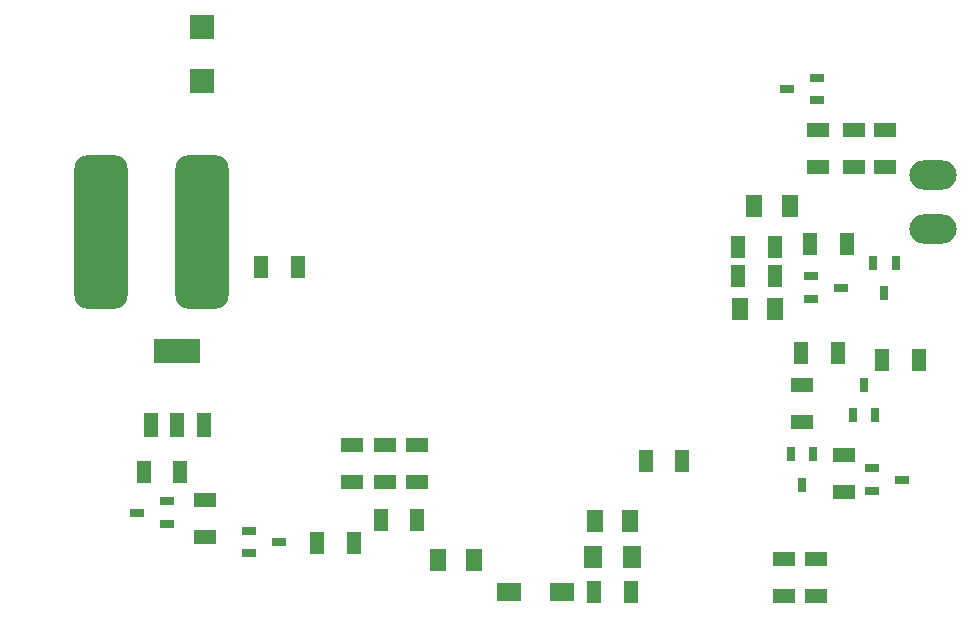
<source format=gtp>
G04 Layer_Color=8421504*
%FSLAX44Y44*%
%MOMM*%
G71*
G01*
G75*
%ADD12R,1.1500X1.8500*%
%ADD13O,4.0000X2.5000*%
%ADD14R,2.0000X1.5500*%
%ADD15R,1.5500X1.8500*%
%ADD16R,1.3500X1.9500*%
%ADD17R,1.8500X1.1500*%
%ADD18R,0.7500X1.1500*%
%ADD19R,1.1500X0.7500*%
%ADD20R,2.1500X2.1000*%
%ADD21R,4.0000X2.0000*%
%ADD22R,1.2000X2.0000*%
G04:AMPARAMS|DCode=23|XSize=4.5mm|YSize=13mm|CornerRadius=1.125mm|HoleSize=0mm|Usage=FLASHONLY|Rotation=180.000|XOffset=0mm|YOffset=0mm|HoleType=Round|Shape=RoundedRectangle|*
%AMROUNDEDRECTD23*
21,1,4.5000,10.7500,0,0,180.0*
21,1,2.2500,13.0000,0,0,180.0*
1,1,2.2500,-1.1250,5.3750*
1,1,2.2500,1.1250,5.3750*
1,1,2.2500,1.1250,-5.3750*
1,1,2.2500,-1.1250,-5.3750*
%
%ADD23ROUNDEDRECTD23*%
D12*
X-184000Y500D02*
D03*
X-215000D02*
D03*
X67000Y-275000D02*
D03*
X98000D02*
D03*
X110500Y-164000D02*
D03*
X141500D02*
D03*
X273000Y-72500D02*
D03*
X242000D02*
D03*
X220000Y-7500D02*
D03*
X189000D02*
D03*
X220000Y17500D02*
D03*
X189000D02*
D03*
X280500Y20000D02*
D03*
X249500D02*
D03*
X341500Y-78000D02*
D03*
X310500D02*
D03*
X-114000Y-214000D02*
D03*
X-83000D02*
D03*
X-314500Y-173000D02*
D03*
X-283500D02*
D03*
X-167500Y-233000D02*
D03*
X-136500D02*
D03*
D13*
X353750Y32750D02*
D03*
X354000Y78000D02*
D03*
D14*
X-5000Y-275000D02*
D03*
X40000D02*
D03*
D15*
X99250Y-245000D02*
D03*
X65750Y-245000D02*
D03*
D16*
X97500Y-215000D02*
D03*
X67500Y-215000D02*
D03*
X220000Y-35000D02*
D03*
X190000D02*
D03*
X202500Y52500D02*
D03*
X232500Y52500D02*
D03*
X-35000Y-248000D02*
D03*
X-65000Y-248000D02*
D03*
D17*
X255000Y-247000D02*
D03*
Y-278000D02*
D03*
X227500Y-247000D02*
D03*
Y-278000D02*
D03*
X278000Y-159000D02*
D03*
Y-190000D02*
D03*
X242500Y-99500D02*
D03*
Y-130500D02*
D03*
X313000Y116500D02*
D03*
Y85500D02*
D03*
X287000Y116500D02*
D03*
Y85500D02*
D03*
X256000Y116500D02*
D03*
Y85500D02*
D03*
X-138000Y-150500D02*
D03*
Y-181500D02*
D03*
X-83000Y-150500D02*
D03*
Y-181500D02*
D03*
X-110500Y-150500D02*
D03*
Y-181500D02*
D03*
X-262500Y-197000D02*
D03*
Y-228000D02*
D03*
D18*
X252500Y-158250D02*
D03*
X233500D02*
D03*
X243000Y-183750D02*
D03*
X286000Y-125000D02*
D03*
X305000D02*
D03*
X295500Y-99500D02*
D03*
X322000Y4000D02*
D03*
X303000Y4000D02*
D03*
X312500Y-21500D02*
D03*
D19*
X302000Y-170000D02*
D03*
X302000Y-189000D02*
D03*
X327500Y-179500D02*
D03*
X250000Y-7500D02*
D03*
Y-26500D02*
D03*
X275500Y-17000D02*
D03*
X255750Y141500D02*
D03*
X255750Y160500D02*
D03*
X230250Y151000D02*
D03*
X-294750Y-217000D02*
D03*
Y-198000D02*
D03*
X-320250Y-207500D02*
D03*
X-225250Y-223000D02*
D03*
X-225250Y-242000D02*
D03*
X-199750Y-232500D02*
D03*
D20*
X-265250Y157750D02*
D03*
X-265250Y203750D02*
D03*
D21*
X-286250Y-70750D02*
D03*
D22*
X-263750Y-133250D02*
D03*
X-286250D02*
D03*
X-308750D02*
D03*
D23*
X-350500Y30001D02*
D03*
X-265500D02*
D03*
M02*

</source>
